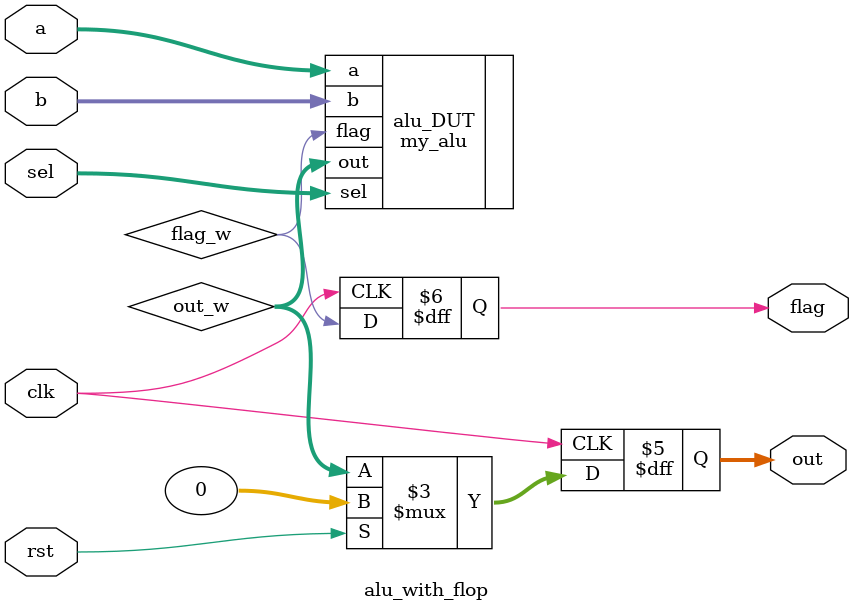
<source format=sv>

`default_nettype none
`include "my_alu.v"
module alu_with_flop #(
  parameter WIDTH =32
)
  (input clk,
   input rst,
   input [(WIDTH-1):0] a,
   input [(WIDTH-1):0] b,
  input [3:0] sel,
   output reg [(WIDTH-1):0] out,
  output reg flag
  );
  wire [(WIDTH-1):0] out_w;
  wire flag_w;
  my_alu #(
    .WIDTH(WIDTH))
  alu_DUT (
    .a(a),
    .b(b),
    .sel(sel),
    .out(out_w),
    .flag(flag_w));
  
  
  always @(posedge clk) begin
    if(rst) begin
      out <= {WIDTH{1'b0}};
      flag <=1'b0;
    end
    else 
      out <= out_w;
      flag <= flag_w;
  end
endmodule
</source>
